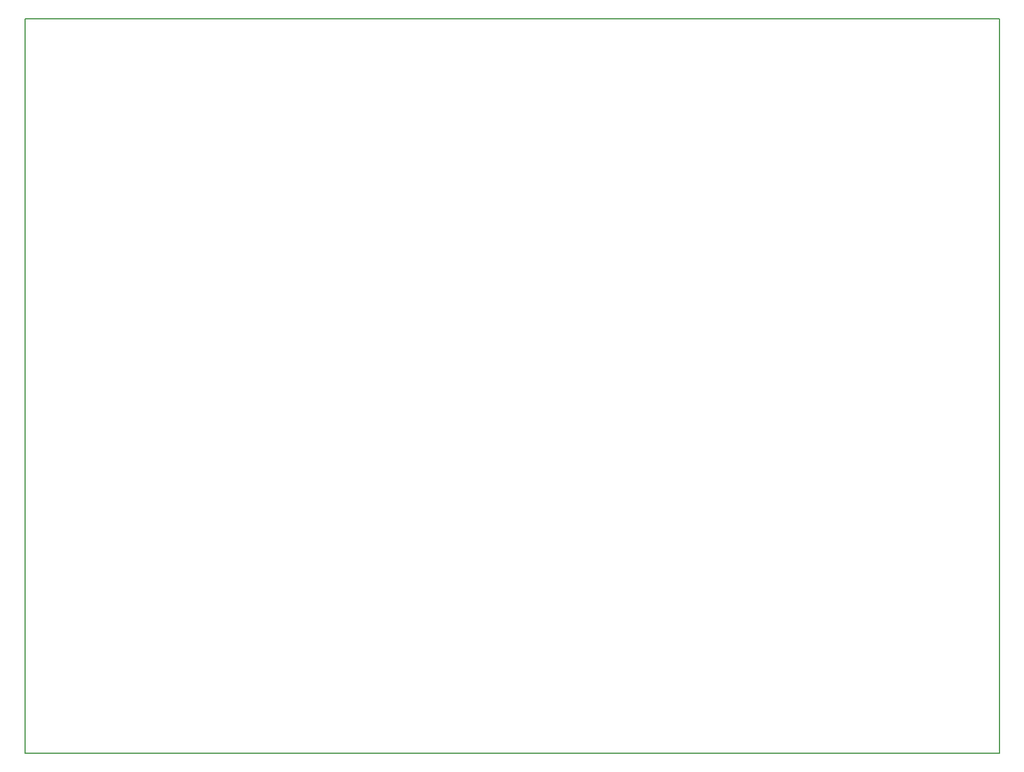
<source format=gbr>
G04 #@! TF.GenerationSoftware,KiCad,Pcbnew,5.0.2-bee76a0~70~ubuntu16.04.1*
G04 #@! TF.CreationDate,2020-12-08T16:48:18+01:00*
G04 #@! TF.ProjectId,IOSelectricControl,494f5365-6c65-4637-9472-6963436f6e74,rev?*
G04 #@! TF.SameCoordinates,Original*
G04 #@! TF.FileFunction,Profile,NP*
%FSLAX46Y46*%
G04 Gerber Fmt 4.6, Leading zero omitted, Abs format (unit mm)*
G04 Created by KiCad (PCBNEW 5.0.2-bee76a0~70~ubuntu16.04.1) date tis  8 dec 2020 16:48:18*
%MOMM*%
%LPD*%
G01*
G04 APERTURE LIST*
%ADD10C,0.150000*%
G04 APERTURE END LIST*
D10*
X63500000Y-137160000D02*
X63500000Y-27940000D01*
X208280000Y-137160000D02*
X63500000Y-137160000D01*
X208280000Y-27940000D02*
X208280000Y-137160000D01*
X63500000Y-27940000D02*
X208280000Y-27940000D01*
M02*

</source>
